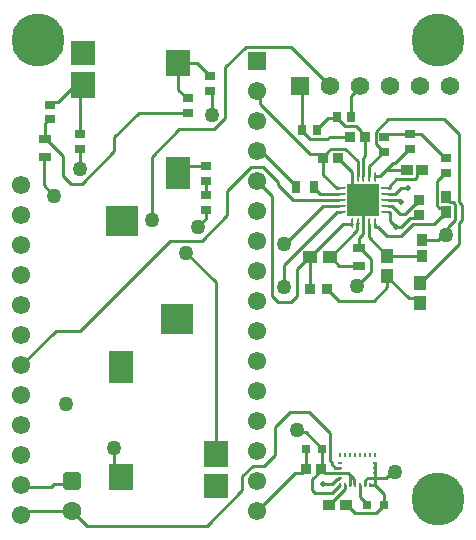
<source format=gbl>
G04*
G04 #@! TF.GenerationSoftware,Altium Limited,Altium Designer,24.2.2 (26)*
G04*
G04 Layer_Physical_Order=4*
G04 Layer_Color=16711680*
%FSLAX25Y25*%
%MOIN*%
G70*
G04*
G04 #@! TF.SameCoordinates,53DEB4DB-F542-4CE3-904C-AAE6CCE40F42*
G04*
G04*
G04 #@! TF.FilePolarity,Positive*
G04*
G01*
G75*
%ADD17R,0.06181X0.06181*%
%ADD18C,0.06181*%
%ADD24C,0.01000*%
%ADD25R,0.03937X0.03150*%
%ADD26C,0.06299*%
G04:AMPARAMS|DCode=27|XSize=62.99mil|YSize=62.99mil|CornerRadius=15.75mil|HoleSize=0mil|Usage=FLASHONLY|Rotation=270.000|XOffset=0mil|YOffset=0mil|HoleType=Round|Shape=RoundedRectangle|*
%AMROUNDEDRECTD27*
21,1,0.06299,0.03150,0,0,270.0*
21,1,0.03150,0.06299,0,0,270.0*
1,1,0.03150,-0.01575,-0.01575*
1,1,0.03150,-0.01575,0.01575*
1,1,0.03150,0.01575,0.01575*
1,1,0.03150,0.01575,-0.01575*
%
%ADD27ROUNDEDRECTD27*%
%ADD28C,0.06102*%
%ADD29R,0.06102X0.06102*%
%ADD30C,0.05000*%
%ADD31C,0.17717*%
%ADD32C,0.01968*%
%ADD43R,0.10827X0.10827*%
%ADD44R,0.03272X0.00942*%
G04:AMPARAMS|DCode=45|XSize=32.72mil|YSize=9.42mil|CornerRadius=4.71mil|HoleSize=0mil|Usage=FLASHONLY|Rotation=180.000|XOffset=0mil|YOffset=0mil|HoleType=Round|Shape=RoundedRectangle|*
%AMROUNDEDRECTD45*
21,1,0.03272,0.00000,0,0,180.0*
21,1,0.02330,0.00942,0,0,180.0*
1,1,0.00942,-0.01165,0.00000*
1,1,0.00942,0.01165,0.00000*
1,1,0.00942,0.01165,0.00000*
1,1,0.00942,-0.01165,0.00000*
%
%ADD45ROUNDEDRECTD45*%
G04:AMPARAMS|DCode=46|XSize=9.42mil|YSize=32.72mil|CornerRadius=4.71mil|HoleSize=0mil|Usage=FLASHONLY|Rotation=180.000|XOffset=0mil|YOffset=0mil|HoleType=Round|Shape=RoundedRectangle|*
%AMROUNDEDRECTD46*
21,1,0.00942,0.02330,0,0,180.0*
21,1,0.00000,0.03272,0,0,180.0*
1,1,0.00942,0.00000,0.01165*
1,1,0.00942,0.00000,0.01165*
1,1,0.00942,0.00000,-0.01165*
1,1,0.00942,0.00000,-0.01165*
%
%ADD46ROUNDEDRECTD46*%
G04:AMPARAMS|DCode=47|XSize=29.92mil|YSize=26mil|CornerRadius=3.25mil|HoleSize=0mil|Usage=FLASHONLY|Rotation=270.000|XOffset=0mil|YOffset=0mil|HoleType=Round|Shape=RoundedRectangle|*
%AMROUNDEDRECTD47*
21,1,0.02992,0.01950,0,0,270.0*
21,1,0.02342,0.02600,0,0,270.0*
1,1,0.00650,-0.00975,-0.01171*
1,1,0.00650,-0.00975,0.01171*
1,1,0.00650,0.00975,0.01171*
1,1,0.00650,0.00975,-0.01171*
%
%ADD47ROUNDEDRECTD47*%
%ADD48R,0.03963X0.03773*%
%ADD49R,0.03740X0.03740*%
%ADD50R,0.00906X0.01378*%
%ADD51R,0.01378X0.00906*%
%ADD52R,0.03543X0.03740*%
%ADD53R,0.03591X0.04166*%
%ADD54R,0.03775X0.03591*%
%ADD55R,0.03418X0.03175*%
%ADD56R,0.04453X0.03591*%
%ADD57R,0.10630X0.10236*%
%ADD58R,0.08268X0.08661*%
%ADD59R,0.08268X0.10630*%
%ADD60R,0.08268X0.07874*%
%ADD61R,0.02756X0.03347*%
%ADD62R,0.04182X0.04553*%
%ADD63R,0.04553X0.04182*%
%ADD64R,0.03347X0.02756*%
%ADD65R,0.03150X0.03937*%
%ADD66R,0.03740X0.03150*%
%ADD67R,0.03591X0.04453*%
%ADD68C,0.00906*%
D17*
X99500Y157500D02*
D03*
D18*
X109500D02*
D03*
X119500D02*
D03*
X129500D02*
D03*
X139500D02*
D03*
X149500D02*
D03*
D24*
X120961Y134070D02*
Y140603D01*
X119591Y141973D02*
Y142613D01*
X118048Y144156D02*
X119591Y142613D01*
X109117Y140603D02*
X116039D01*
X130461Y132000D02*
X131165D01*
X135705Y136539D02*
X136000D01*
X131165Y132000D02*
X135705Y136539D01*
X136000Y141461D02*
X139705D01*
X147705Y133461D01*
X118502Y109467D02*
Y111831D01*
X118532Y111860D01*
X109536Y100500D02*
X118502Y109467D01*
X96414Y85414D02*
X98500Y87500D01*
X92086Y85414D02*
X96414D01*
X90000Y87500D02*
X92086Y85414D01*
X98500Y96536D02*
X102464Y100500D01*
X98500Y87500D02*
Y96536D01*
X102464Y100500D02*
X102650D01*
X94000Y90500D02*
Y98000D01*
X96000Y100000D01*
Y100038D01*
X111753Y115563D02*
X112860D01*
X96000Y100038D02*
X105291Y109329D01*
X105519D02*
X111753Y115563D01*
X105291Y109329D02*
X105519D01*
X118500Y91000D02*
X123000Y95500D01*
X94449Y104949D02*
X107032Y117532D01*
X94000Y104949D02*
X94449D01*
X145199Y106281D02*
X146918Y108000D01*
X140000Y106281D02*
X145199D01*
X146918Y108000D02*
X148000D01*
X138205Y100752D02*
X139500Y102047D01*
X128515Y100850D02*
X128613Y100752D01*
X65500Y110802D02*
X68000Y113302D01*
X65500Y110500D02*
Y110802D01*
X68000Y113302D02*
Y116180D01*
Y121101D02*
Y126039D01*
X55945Y128689D02*
X58217Y130961D01*
X61059D02*
X68000D01*
X58787Y128689D02*
X61059Y130961D01*
X129446Y123437D02*
X129474Y123466D01*
Y124376D02*
X131516Y126417D01*
X137738D01*
X129474Y123466D02*
Y124376D01*
X128535Y123437D02*
X129446D01*
X133000Y123500D02*
X135500D01*
X128564Y121497D02*
X130998D01*
X133000Y123500D01*
X132738Y119000D02*
X133000D01*
X128535Y119500D02*
X132238D01*
X132738Y119000D01*
X130051Y117502D02*
X132553Y115000D01*
X134347D02*
X137723Y118376D01*
X132553Y115000D02*
X134347D01*
X131500Y110500D02*
X131685Y110685D01*
X133185D01*
X137912Y113448D02*
X139000Y114536D01*
X135948Y113448D02*
X137912D01*
X133185Y110685D02*
X135948Y113448D01*
X137126Y111465D02*
X143986D01*
X133162Y107500D02*
X137126Y111465D01*
X129474Y112525D02*
Y115534D01*
Y112525D02*
X131500Y110500D01*
X128535Y115563D02*
X129446D01*
X129474Y115534D01*
X128564Y117502D02*
X130051D01*
X137723Y118376D02*
X137912D01*
X139000Y119464D01*
X116461Y154047D02*
X119500Y157087D01*
Y157500D01*
X116461Y147116D02*
Y154047D01*
X111423Y147000D02*
X111539Y147116D01*
X104961Y143295D02*
X108665Y147000D01*
X111423D01*
X104961Y143000D02*
Y143295D01*
X111539Y146821D02*
X114205Y144156D01*
X111539Y146821D02*
Y147116D01*
X119591Y141973D02*
X120961Y140603D01*
X114205Y144156D02*
X118048D01*
X99500Y157500D02*
X100039Y156961D01*
Y143000D02*
Y156961D01*
X108553Y140039D02*
X109117Y140603D01*
X100039Y142705D02*
Y143000D01*
X102705Y140039D02*
X108553D01*
X100039Y142705D02*
X102705Y140039D01*
X102566Y134870D02*
X105669D01*
X85976Y151460D02*
X102566Y134870D01*
X85976Y151460D02*
Y155024D01*
X85000Y156000D02*
X85976Y155024D01*
X105669Y134870D02*
X107039Y133500D01*
X96449Y170551D02*
X109500Y157500D01*
X81327Y170551D02*
X96449D01*
X58787Y165303D02*
X64862D01*
X69205Y160961D01*
X69500D01*
X61705Y153461D02*
X62000D01*
X58787Y156378D02*
Y165303D01*
Y156378D02*
X61705Y153461D01*
X14393Y145119D02*
X15672Y146399D01*
X14393Y139787D02*
Y145119D01*
X15672Y146399D02*
X15968D01*
X14786Y139787D02*
X20484Y134090D01*
X14393Y139787D02*
X14786D01*
X20484Y127516D02*
Y134090D01*
X23086Y124914D02*
X26571D01*
X20484Y127516D02*
X23086Y124914D01*
X45539Y148539D02*
X62000D01*
X37500Y140500D02*
X45539Y148539D01*
X37500Y135843D02*
Y140500D01*
X26571Y124914D02*
X37500Y135843D01*
X70843Y143186D02*
X74492Y146835D01*
X70000Y148000D02*
Y155539D01*
X69500Y156039D02*
X70000Y155539D01*
X26000Y141461D02*
Y156925D01*
X26898Y157823D01*
X26000Y130000D02*
Y136539D01*
X122871Y100000D02*
X123000D01*
X119025Y103453D02*
X119419D01*
X122871Y100000D01*
X123000Y95500D02*
Y100000D01*
X112361Y86000D02*
X124000D01*
X128515Y90514D01*
X109748Y88613D02*
X112361Y86000D01*
X128515Y90514D02*
Y94150D01*
X109748Y88613D02*
Y88705D01*
X108361Y90000D02*
X108453D01*
X109748Y88705D01*
X124669Y15216D02*
X127256Y17804D01*
X117688Y15216D02*
X124669D01*
X127256Y17804D02*
Y18000D01*
X114953Y17951D02*
X117688Y15216D01*
X114858Y17951D02*
X114953D01*
X147402Y146512D02*
X152500Y141414D01*
Y119015D02*
Y141414D01*
Y119015D02*
X153500Y118015D01*
X152500Y111942D02*
X153500Y112942D01*
Y118015D01*
X150329Y118992D02*
X151083Y118238D01*
X148765Y110401D02*
X151083Y112718D01*
Y118238D01*
X148765Y108765D02*
Y110401D01*
X139500Y92036D02*
X152500Y105036D01*
Y111942D01*
X148000Y108000D02*
X148765Y108765D01*
X144917Y125752D02*
X147705Y128539D01*
X148000D01*
X147705Y133461D02*
X148000D01*
Y120288D02*
Y120522D01*
Y120288D02*
X149295Y118992D01*
X150329D01*
X139500Y107665D02*
X139835Y108000D01*
X18000Y76000D02*
X26000D01*
X6500Y64500D02*
X18000Y76000D01*
X110000Y31500D02*
X111153Y30347D01*
X109500Y32651D02*
X110000Y32151D01*
Y31500D02*
Y32151D01*
X109500Y32651D02*
Y42000D01*
X102500Y49000D02*
X109500Y42000D01*
X6000Y16000D02*
X23500D01*
X91037Y34537D02*
Y43951D01*
X83564Y31000D02*
X87500D01*
X91037Y34537D01*
X80062Y27499D02*
X83564Y31000D01*
X28500Y11000D02*
X68203D01*
X91037Y43951D02*
X96086Y49000D01*
X68203Y11000D02*
X80062Y22860D01*
X96086Y49000D02*
X102500D01*
X80062Y22860D02*
Y27499D01*
X106756Y29728D02*
Y36500D01*
X101217Y42235D02*
X106756Y36696D01*
Y36500D02*
Y36696D01*
X99265Y42235D02*
X101217D01*
X98500Y43000D02*
X99265Y42235D01*
X23500Y16000D02*
X28500Y11000D01*
X6000Y24232D02*
X6232Y24000D01*
X16500D01*
X107000Y25000D02*
X110000D01*
X111555Y26555D02*
X112500D01*
X110000Y25000D02*
X111555Y26555D01*
X97183Y119500D02*
X112465D01*
X92034Y124649D02*
Y125402D01*
X106756Y29728D02*
X107831Y28653D01*
X101244Y30283D02*
X101539Y29987D01*
X101244Y30283D02*
Y36500D01*
X100169Y28617D02*
X101539Y29987D01*
X85000Y16000D02*
X97617Y28617D01*
X100169D01*
X103500Y26387D02*
X106461Y29348D01*
X103500Y23000D02*
Y26387D01*
Y23000D02*
X104500Y22000D01*
X109996D01*
X113847Y28653D02*
X115347D01*
X116500Y27500D01*
X117500Y26500D01*
X116008Y24626D02*
Y27008D01*
X116500Y27500D01*
X117500Y24732D02*
Y26500D01*
X121744Y18000D02*
Y18196D01*
X124425Y24437D02*
X127256Y21606D01*
X124425Y24437D02*
Y24579D01*
X127256Y18000D02*
Y21606D01*
X124425Y26961D02*
X127878D01*
X129918Y29000D01*
X131000D01*
X122000Y27000D02*
X124386D01*
X124425Y26961D01*
X121087Y24626D02*
Y26087D01*
X122000Y27000D01*
X122732Y24579D02*
X124425D01*
Y26961D01*
Y28653D01*
Y30347D01*
Y32039D01*
X85000Y136000D02*
X86194D01*
X96725Y125469D02*
X96972D01*
X86194Y136000D02*
X96725Y125469D01*
X98047Y124000D02*
Y124394D01*
X96972Y125469D02*
X98047Y124394D01*
X128679Y146512D02*
X147402D01*
X128795Y141461D02*
X136000D01*
X122468Y107082D02*
X128515Y101036D01*
X112488Y97547D02*
X119025D01*
X128515Y100850D02*
Y101036D01*
X119025Y103453D02*
Y106804D01*
X139500Y102047D02*
Y102335D01*
X146704Y113752D02*
X148000Y115047D01*
X128613Y100752D02*
X138205D01*
X148000Y115047D02*
Y115478D01*
X146704Y117008D02*
X148000Y115712D01*
Y115478D02*
Y115712D01*
X66657Y106000D02*
X75136Y114479D01*
Y122572D01*
X90000Y87500D02*
Y121000D01*
X102825Y100489D02*
X113801Y111465D01*
X86885Y130551D02*
X92034Y125402D01*
Y124649D02*
X97183Y119500D01*
X85000Y126000D02*
X90000Y121000D01*
X75136Y122572D02*
X83115Y130551D01*
X109536Y100500D02*
X112488Y97547D01*
X122468Y130803D02*
X127205Y135539D01*
X124539Y138205D02*
X127205Y135539D01*
X124539Y138205D02*
Y142372D01*
X128679Y146512D01*
X127795Y140461D02*
X128795Y141461D01*
X127500Y140461D02*
X127795D01*
X128402Y107500D02*
X133162D01*
X124437Y110554D02*
Y111465D01*
X124466Y110526D02*
X125376D01*
X128402Y107500D01*
X124437Y110554D02*
X124466Y110526D01*
X128535Y117532D02*
X128564Y117502D01*
X146274Y113752D02*
X146704D01*
X144917Y117762D02*
X145671Y117008D01*
X146704D01*
X143986Y111465D02*
X146274Y113752D01*
X124437Y127535D02*
X125996D01*
X134718Y129500D02*
X134978D01*
X125996Y127535D02*
X127961Y129500D01*
X130461Y132000D01*
X133422Y130796D02*
X134718Y129500D01*
X127961D02*
X134718D01*
X128535Y121468D02*
X128564Y121497D01*
X138492Y127171D02*
Y128205D01*
X139788Y129500D01*
X144917Y117762D02*
Y125752D01*
X137738Y126417D02*
X138492Y127171D01*
X139788Y129500D02*
X140022D01*
X108409Y134870D02*
Y135510D01*
X109557Y136658D01*
X114364D01*
X107039Y127952D02*
Y133500D01*
X116563Y123437D02*
Y127535D01*
X118532D02*
Y132490D01*
X116534Y127564D02*
X116563Y127535D01*
X107039Y127952D02*
X111554Y123437D01*
X107039Y133500D02*
X108409Y134870D01*
X114364Y136658D02*
X118532Y132490D01*
X116534Y127564D02*
Y128927D01*
X111961Y133500D02*
X116534Y128927D01*
X122468Y127535D02*
Y130803D01*
X120500Y127535D02*
Y133609D01*
X120961Y134070D01*
X107032Y117532D02*
X112465D01*
X122468Y107082D02*
Y111465D01*
X119025Y106804D02*
X120500Y108279D01*
Y111465D01*
X113801D02*
X116563D01*
Y123437D02*
X120500Y119500D01*
Y111465D02*
Y119500D01*
X103953Y123606D02*
X106091Y121468D01*
X112465D01*
X111554Y123437D02*
X112465D01*
X103953Y123606D02*
Y124000D01*
X56000Y106000D02*
X66657D01*
X26000Y76000D02*
X56000Y106000D01*
X139500Y91850D02*
Y92036D01*
X135552Y86927D02*
X137909D01*
X139500Y85336D01*
X128515Y93964D02*
X135552Y86927D01*
X139500Y85150D02*
Y85336D01*
X56500Y164551D02*
Y164748D01*
X55945Y165303D02*
X56500Y164748D01*
X50000Y113000D02*
Y134014D01*
X61500Y102000D02*
X71445Y92055D01*
X102639Y90000D02*
Y100489D01*
X14000Y124500D02*
Y133489D01*
Y124500D02*
X17500Y121000D01*
X74492Y163716D02*
X81327Y170551D01*
X74492Y146835D02*
Y163716D01*
X14000Y133489D02*
X14393Y133882D01*
X24055Y157626D02*
Y157823D01*
X18627Y152198D02*
X24055Y157626D01*
X59173Y143186D02*
X70843D01*
X50000Y134014D02*
X59173Y143186D01*
X15968Y151320D02*
X16846Y152198D01*
X18627D01*
X83115Y130551D02*
X86885D01*
X16500Y24000D02*
X17425Y24925D01*
X22425D01*
X37500Y29339D02*
X39555Y27283D01*
X37500Y29339D02*
Y37000D01*
X70500Y35709D02*
X71445Y34764D01*
Y92055D01*
X22425Y24925D02*
X23500Y26000D01*
D25*
X14393Y133882D02*
D03*
Y139787D02*
D03*
X119025Y103453D02*
D03*
Y97547D02*
D03*
D26*
X23500Y16000D02*
D03*
D27*
Y26000D02*
D03*
D28*
X85000D02*
D03*
Y36000D02*
D03*
Y46000D02*
D03*
Y56000D02*
D03*
Y66000D02*
D03*
Y76000D02*
D03*
Y86000D02*
D03*
Y96000D02*
D03*
Y106000D02*
D03*
Y116000D02*
D03*
Y126000D02*
D03*
Y146000D02*
D03*
X6500Y124500D02*
D03*
Y114500D02*
D03*
Y104500D02*
D03*
Y94500D02*
D03*
Y84500D02*
D03*
Y74500D02*
D03*
Y64500D02*
D03*
Y54500D02*
D03*
Y44500D02*
D03*
Y34500D02*
D03*
Y24500D02*
D03*
Y14500D02*
D03*
X85000Y16000D02*
D03*
Y136000D02*
D03*
Y156000D02*
D03*
D29*
Y166000D02*
D03*
D30*
X94000Y90500D02*
D03*
X118500Y91000D02*
D03*
X94000Y104949D02*
D03*
X70000Y148000D02*
D03*
X148000Y108000D02*
D03*
X98500Y43000D02*
D03*
X131000Y29000D02*
D03*
X65500Y110500D02*
D03*
X50000Y113000D02*
D03*
X61500Y102000D02*
D03*
X37500Y37000D02*
D03*
X26000Y130000D02*
D03*
X21500Y51500D02*
D03*
X17500Y121000D02*
D03*
D31*
X12000Y173000D02*
D03*
X145500D02*
D03*
Y20000D02*
D03*
D32*
X107000Y25000D02*
D03*
X131500Y110500D02*
D03*
X133000Y119000D02*
D03*
X135500Y123500D02*
D03*
D43*
X120500Y119500D02*
D03*
D44*
X128140Y123437D02*
D03*
D45*
Y121468D02*
D03*
Y119500D02*
D03*
Y117532D02*
D03*
Y115563D02*
D03*
X112860D02*
D03*
Y117532D02*
D03*
Y119500D02*
D03*
Y121468D02*
D03*
Y123437D02*
D03*
D46*
X124437Y111860D02*
D03*
X122468D02*
D03*
X120500D02*
D03*
X118532D02*
D03*
X116563D02*
D03*
Y127140D02*
D03*
X118532D02*
D03*
X120500D02*
D03*
X122468D02*
D03*
X124437D02*
D03*
D47*
X127256Y18000D02*
D03*
X121744D02*
D03*
X106756Y36500D02*
D03*
X101244D02*
D03*
D48*
X114858Y17951D02*
D03*
X109142D02*
D03*
D49*
X106461Y29987D02*
D03*
X101342D02*
D03*
D50*
X112575Y34421D02*
D03*
X114268D02*
D03*
X115961D02*
D03*
X117654D02*
D03*
X119346D02*
D03*
X121039D02*
D03*
X122732D02*
D03*
X124425D02*
D03*
Y24579D02*
D03*
X122732D02*
D03*
X121039D02*
D03*
X119346D02*
D03*
X117654D02*
D03*
X115961D02*
D03*
X114268D02*
D03*
X112575D02*
D03*
D51*
Y32039D02*
D03*
Y30347D02*
D03*
Y28653D02*
D03*
X124425Y32039D02*
D03*
Y30347D02*
D03*
Y28653D02*
D03*
Y26961D02*
D03*
X112575D02*
D03*
D52*
X116039Y140603D02*
D03*
X120961D02*
D03*
X107039Y133500D02*
D03*
X111961D02*
D03*
D53*
X140000Y106281D02*
D03*
Y100951D02*
D03*
D54*
X108361Y90000D02*
D03*
X102639D02*
D03*
D55*
X139000Y119464D02*
D03*
Y114536D02*
D03*
D56*
X134978Y129500D02*
D03*
X140022D02*
D03*
D57*
X58453Y80039D02*
D03*
X39890Y112547D02*
D03*
D58*
X39555Y27283D02*
D03*
X71445Y34764D02*
D03*
X58787Y165303D02*
D03*
X26898Y157823D02*
D03*
D59*
X39555Y63898D02*
D03*
X58787Y128689D02*
D03*
D60*
X71445Y24134D02*
D03*
X26898Y168453D02*
D03*
D61*
X111539Y147116D02*
D03*
X116461D02*
D03*
X104961Y143000D02*
D03*
X100039D02*
D03*
D62*
X128515Y100850D02*
D03*
Y94150D02*
D03*
X139500Y85150D02*
D03*
Y91850D02*
D03*
D63*
X102650Y100500D02*
D03*
X109350D02*
D03*
D64*
X15968Y146399D02*
D03*
Y151320D02*
D03*
X26000Y136539D02*
D03*
Y141461D02*
D03*
X69500Y156039D02*
D03*
Y160961D02*
D03*
X62000Y148539D02*
D03*
Y153461D02*
D03*
X68000Y126039D02*
D03*
Y130961D02*
D03*
Y116180D02*
D03*
Y121101D02*
D03*
X127500Y135539D02*
D03*
Y140461D02*
D03*
X136000Y141461D02*
D03*
Y136539D02*
D03*
D65*
X103953Y124000D02*
D03*
X98047D02*
D03*
D66*
X148000Y133461D02*
D03*
Y128539D02*
D03*
D67*
Y120522D02*
D03*
Y115478D02*
D03*
D68*
X111153Y30347D02*
X112575D01*
X107831Y28653D02*
X112575D01*
X109996Y22000D02*
X112575Y24579D01*
Y28653D02*
X113847D01*
X109303Y18017D02*
X110671Y19385D01*
X109142Y18017D02*
X109303D01*
X110671Y19546D02*
X114268Y23142D01*
Y24579D01*
X110671Y19385D02*
Y19546D01*
X119346Y20594D02*
X121744Y18196D01*
X119346Y20594D02*
Y24579D01*
M02*

</source>
